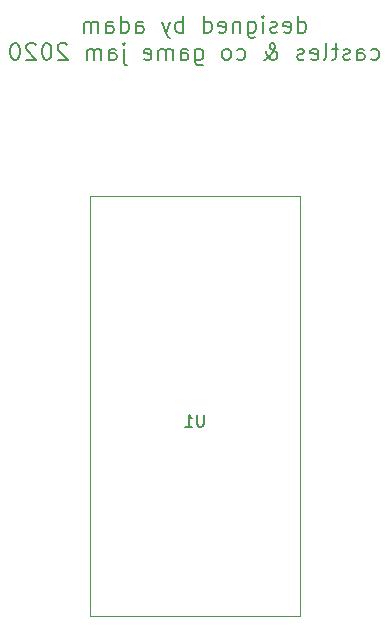
<source format=gbr>
G04 #@! TF.GenerationSoftware,KiCad,Pcbnew,(5.1.4)-1*
G04 #@! TF.CreationDate,2020-11-28T22:24:57-05:00*
G04 #@! TF.ProjectId,snek,736e656b-2e6b-4696-9361-645f70636258,rev?*
G04 #@! TF.SameCoordinates,Original*
G04 #@! TF.FileFunction,Legend,Bot*
G04 #@! TF.FilePolarity,Positive*
%FSLAX46Y46*%
G04 Gerber Fmt 4.6, Leading zero omitted, Abs format (unit mm)*
G04 Created by KiCad (PCBNEW (5.1.4)-1) date 2020-11-28 22:24:57*
%MOMM*%
%LPD*%
G04 APERTURE LIST*
%ADD10C,0.200000*%
%ADD11C,0.120000*%
%ADD12C,0.150000*%
G04 APERTURE END LIST*
D10*
X154181666Y-94733333D02*
X154181666Y-93333333D01*
X154181666Y-94666666D02*
X154315000Y-94733333D01*
X154581666Y-94733333D01*
X154715000Y-94666666D01*
X154781666Y-94600000D01*
X154848333Y-94466666D01*
X154848333Y-94066666D01*
X154781666Y-93933333D01*
X154715000Y-93866666D01*
X154581666Y-93800000D01*
X154315000Y-93800000D01*
X154181666Y-93866666D01*
X152981666Y-94666666D02*
X153115000Y-94733333D01*
X153381666Y-94733333D01*
X153515000Y-94666666D01*
X153581666Y-94533333D01*
X153581666Y-94000000D01*
X153515000Y-93866666D01*
X153381666Y-93800000D01*
X153115000Y-93800000D01*
X152981666Y-93866666D01*
X152915000Y-94000000D01*
X152915000Y-94133333D01*
X153581666Y-94266666D01*
X152381666Y-94666666D02*
X152248333Y-94733333D01*
X151981666Y-94733333D01*
X151848333Y-94666666D01*
X151781666Y-94533333D01*
X151781666Y-94466666D01*
X151848333Y-94333333D01*
X151981666Y-94266666D01*
X152181666Y-94266666D01*
X152315000Y-94200000D01*
X152381666Y-94066666D01*
X152381666Y-94000000D01*
X152315000Y-93866666D01*
X152181666Y-93800000D01*
X151981666Y-93800000D01*
X151848333Y-93866666D01*
X151181666Y-94733333D02*
X151181666Y-93800000D01*
X151181666Y-93333333D02*
X151248333Y-93400000D01*
X151181666Y-93466666D01*
X151115000Y-93400000D01*
X151181666Y-93333333D01*
X151181666Y-93466666D01*
X149915000Y-93800000D02*
X149915000Y-94933333D01*
X149981666Y-95066666D01*
X150048333Y-95133333D01*
X150181666Y-95200000D01*
X150381666Y-95200000D01*
X150515000Y-95133333D01*
X149915000Y-94666666D02*
X150048333Y-94733333D01*
X150315000Y-94733333D01*
X150448333Y-94666666D01*
X150515000Y-94600000D01*
X150581666Y-94466666D01*
X150581666Y-94066666D01*
X150515000Y-93933333D01*
X150448333Y-93866666D01*
X150315000Y-93800000D01*
X150048333Y-93800000D01*
X149915000Y-93866666D01*
X149248333Y-93800000D02*
X149248333Y-94733333D01*
X149248333Y-93933333D02*
X149181666Y-93866666D01*
X149048333Y-93800000D01*
X148848333Y-93800000D01*
X148715000Y-93866666D01*
X148648333Y-94000000D01*
X148648333Y-94733333D01*
X147448333Y-94666666D02*
X147581666Y-94733333D01*
X147848333Y-94733333D01*
X147981666Y-94666666D01*
X148048333Y-94533333D01*
X148048333Y-94000000D01*
X147981666Y-93866666D01*
X147848333Y-93800000D01*
X147581666Y-93800000D01*
X147448333Y-93866666D01*
X147381666Y-94000000D01*
X147381666Y-94133333D01*
X148048333Y-94266666D01*
X146181666Y-94733333D02*
X146181666Y-93333333D01*
X146181666Y-94666666D02*
X146315000Y-94733333D01*
X146581666Y-94733333D01*
X146715000Y-94666666D01*
X146781666Y-94600000D01*
X146848333Y-94466666D01*
X146848333Y-94066666D01*
X146781666Y-93933333D01*
X146715000Y-93866666D01*
X146581666Y-93800000D01*
X146315000Y-93800000D01*
X146181666Y-93866666D01*
X144448333Y-94733333D02*
X144448333Y-93333333D01*
X144448333Y-93866666D02*
X144315000Y-93800000D01*
X144048333Y-93800000D01*
X143915000Y-93866666D01*
X143848333Y-93933333D01*
X143781666Y-94066666D01*
X143781666Y-94466666D01*
X143848333Y-94600000D01*
X143915000Y-94666666D01*
X144048333Y-94733333D01*
X144315000Y-94733333D01*
X144448333Y-94666666D01*
X143315000Y-93800000D02*
X142981666Y-94733333D01*
X142648333Y-93800000D02*
X142981666Y-94733333D01*
X143115000Y-95066666D01*
X143181666Y-95133333D01*
X143315000Y-95200000D01*
X140448333Y-94733333D02*
X140448333Y-94000000D01*
X140515000Y-93866666D01*
X140648333Y-93800000D01*
X140915000Y-93800000D01*
X141048333Y-93866666D01*
X140448333Y-94666666D02*
X140581666Y-94733333D01*
X140915000Y-94733333D01*
X141048333Y-94666666D01*
X141115000Y-94533333D01*
X141115000Y-94400000D01*
X141048333Y-94266666D01*
X140915000Y-94200000D01*
X140581666Y-94200000D01*
X140448333Y-94133333D01*
X139181666Y-94733333D02*
X139181666Y-93333333D01*
X139181666Y-94666666D02*
X139315000Y-94733333D01*
X139581666Y-94733333D01*
X139715000Y-94666666D01*
X139781666Y-94600000D01*
X139848333Y-94466666D01*
X139848333Y-94066666D01*
X139781666Y-93933333D01*
X139715000Y-93866666D01*
X139581666Y-93800000D01*
X139315000Y-93800000D01*
X139181666Y-93866666D01*
X137915000Y-94733333D02*
X137915000Y-94000000D01*
X137981666Y-93866666D01*
X138115000Y-93800000D01*
X138381666Y-93800000D01*
X138515000Y-93866666D01*
X137915000Y-94666666D02*
X138048333Y-94733333D01*
X138381666Y-94733333D01*
X138515000Y-94666666D01*
X138581666Y-94533333D01*
X138581666Y-94400000D01*
X138515000Y-94266666D01*
X138381666Y-94200000D01*
X138048333Y-94200000D01*
X137915000Y-94133333D01*
X137248333Y-94733333D02*
X137248333Y-93800000D01*
X137248333Y-93933333D02*
X137181666Y-93866666D01*
X137048333Y-93800000D01*
X136848333Y-93800000D01*
X136715000Y-93866666D01*
X136648333Y-94000000D01*
X136648333Y-94733333D01*
X136648333Y-94000000D02*
X136581666Y-93866666D01*
X136448333Y-93800000D01*
X136248333Y-93800000D01*
X136115000Y-93866666D01*
X136048333Y-94000000D01*
X136048333Y-94733333D01*
X160348333Y-96966666D02*
X160481666Y-97033333D01*
X160748333Y-97033333D01*
X160881666Y-96966666D01*
X160948333Y-96900000D01*
X161015000Y-96766666D01*
X161015000Y-96366666D01*
X160948333Y-96233333D01*
X160881666Y-96166666D01*
X160748333Y-96100000D01*
X160481666Y-96100000D01*
X160348333Y-96166666D01*
X159148333Y-97033333D02*
X159148333Y-96300000D01*
X159215000Y-96166666D01*
X159348333Y-96100000D01*
X159615000Y-96100000D01*
X159748333Y-96166666D01*
X159148333Y-96966666D02*
X159281666Y-97033333D01*
X159615000Y-97033333D01*
X159748333Y-96966666D01*
X159815000Y-96833333D01*
X159815000Y-96700000D01*
X159748333Y-96566666D01*
X159615000Y-96500000D01*
X159281666Y-96500000D01*
X159148333Y-96433333D01*
X158548333Y-96966666D02*
X158415000Y-97033333D01*
X158148333Y-97033333D01*
X158015000Y-96966666D01*
X157948333Y-96833333D01*
X157948333Y-96766666D01*
X158015000Y-96633333D01*
X158148333Y-96566666D01*
X158348333Y-96566666D01*
X158481666Y-96500000D01*
X158548333Y-96366666D01*
X158548333Y-96300000D01*
X158481666Y-96166666D01*
X158348333Y-96100000D01*
X158148333Y-96100000D01*
X158015000Y-96166666D01*
X157548333Y-96100000D02*
X157015000Y-96100000D01*
X157348333Y-95633333D02*
X157348333Y-96833333D01*
X157281666Y-96966666D01*
X157148333Y-97033333D01*
X157015000Y-97033333D01*
X156348333Y-97033333D02*
X156481666Y-96966666D01*
X156548333Y-96833333D01*
X156548333Y-95633333D01*
X155281666Y-96966666D02*
X155415000Y-97033333D01*
X155681666Y-97033333D01*
X155815000Y-96966666D01*
X155881666Y-96833333D01*
X155881666Y-96300000D01*
X155815000Y-96166666D01*
X155681666Y-96100000D01*
X155415000Y-96100000D01*
X155281666Y-96166666D01*
X155215000Y-96300000D01*
X155215000Y-96433333D01*
X155881666Y-96566666D01*
X154681666Y-96966666D02*
X154548333Y-97033333D01*
X154281666Y-97033333D01*
X154148333Y-96966666D01*
X154081666Y-96833333D01*
X154081666Y-96766666D01*
X154148333Y-96633333D01*
X154281666Y-96566666D01*
X154481666Y-96566666D01*
X154615000Y-96500000D01*
X154681666Y-96366666D01*
X154681666Y-96300000D01*
X154615000Y-96166666D01*
X154481666Y-96100000D01*
X154281666Y-96100000D01*
X154148333Y-96166666D01*
X151281666Y-97033333D02*
X151348333Y-97033333D01*
X151481666Y-96966666D01*
X151681666Y-96766666D01*
X152015000Y-96366666D01*
X152148333Y-96166666D01*
X152215000Y-95966666D01*
X152215000Y-95833333D01*
X152148333Y-95700000D01*
X152015000Y-95633333D01*
X151948333Y-95633333D01*
X151815000Y-95700000D01*
X151748333Y-95833333D01*
X151748333Y-95900000D01*
X151815000Y-96033333D01*
X151881666Y-96100000D01*
X152281666Y-96366666D01*
X152348333Y-96433333D01*
X152415000Y-96566666D01*
X152415000Y-96766666D01*
X152348333Y-96900000D01*
X152281666Y-96966666D01*
X152148333Y-97033333D01*
X151948333Y-97033333D01*
X151815000Y-96966666D01*
X151748333Y-96900000D01*
X151548333Y-96633333D01*
X151481666Y-96433333D01*
X151481666Y-96300000D01*
X149015000Y-96966666D02*
X149148333Y-97033333D01*
X149415000Y-97033333D01*
X149548333Y-96966666D01*
X149615000Y-96900000D01*
X149681666Y-96766666D01*
X149681666Y-96366666D01*
X149615000Y-96233333D01*
X149548333Y-96166666D01*
X149415000Y-96100000D01*
X149148333Y-96100000D01*
X149015000Y-96166666D01*
X148215000Y-97033333D02*
X148348333Y-96966666D01*
X148415000Y-96900000D01*
X148481666Y-96766666D01*
X148481666Y-96366666D01*
X148415000Y-96233333D01*
X148348333Y-96166666D01*
X148215000Y-96100000D01*
X148015000Y-96100000D01*
X147881666Y-96166666D01*
X147815000Y-96233333D01*
X147748333Y-96366666D01*
X147748333Y-96766666D01*
X147815000Y-96900000D01*
X147881666Y-96966666D01*
X148015000Y-97033333D01*
X148215000Y-97033333D01*
X145481666Y-96100000D02*
X145481666Y-97233333D01*
X145548333Y-97366666D01*
X145615000Y-97433333D01*
X145748333Y-97500000D01*
X145948333Y-97500000D01*
X146081666Y-97433333D01*
X145481666Y-96966666D02*
X145615000Y-97033333D01*
X145881666Y-97033333D01*
X146015000Y-96966666D01*
X146081666Y-96900000D01*
X146148333Y-96766666D01*
X146148333Y-96366666D01*
X146081666Y-96233333D01*
X146015000Y-96166666D01*
X145881666Y-96100000D01*
X145615000Y-96100000D01*
X145481666Y-96166666D01*
X144215000Y-97033333D02*
X144215000Y-96300000D01*
X144281666Y-96166666D01*
X144415000Y-96100000D01*
X144681666Y-96100000D01*
X144815000Y-96166666D01*
X144215000Y-96966666D02*
X144348333Y-97033333D01*
X144681666Y-97033333D01*
X144815000Y-96966666D01*
X144881666Y-96833333D01*
X144881666Y-96700000D01*
X144815000Y-96566666D01*
X144681666Y-96500000D01*
X144348333Y-96500000D01*
X144215000Y-96433333D01*
X143548333Y-97033333D02*
X143548333Y-96100000D01*
X143548333Y-96233333D02*
X143481666Y-96166666D01*
X143348333Y-96100000D01*
X143148333Y-96100000D01*
X143015000Y-96166666D01*
X142948333Y-96300000D01*
X142948333Y-97033333D01*
X142948333Y-96300000D02*
X142881666Y-96166666D01*
X142748333Y-96100000D01*
X142548333Y-96100000D01*
X142415000Y-96166666D01*
X142348333Y-96300000D01*
X142348333Y-97033333D01*
X141148333Y-96966666D02*
X141281666Y-97033333D01*
X141548333Y-97033333D01*
X141681666Y-96966666D01*
X141748333Y-96833333D01*
X141748333Y-96300000D01*
X141681666Y-96166666D01*
X141548333Y-96100000D01*
X141281666Y-96100000D01*
X141148333Y-96166666D01*
X141081666Y-96300000D01*
X141081666Y-96433333D01*
X141748333Y-96566666D01*
X139415000Y-96100000D02*
X139415000Y-97300000D01*
X139481666Y-97433333D01*
X139615000Y-97500000D01*
X139681666Y-97500000D01*
X139415000Y-95633333D02*
X139481666Y-95700000D01*
X139415000Y-95766666D01*
X139348333Y-95700000D01*
X139415000Y-95633333D01*
X139415000Y-95766666D01*
X138148333Y-97033333D02*
X138148333Y-96300000D01*
X138215000Y-96166666D01*
X138348333Y-96100000D01*
X138615000Y-96100000D01*
X138748333Y-96166666D01*
X138148333Y-96966666D02*
X138281666Y-97033333D01*
X138615000Y-97033333D01*
X138748333Y-96966666D01*
X138815000Y-96833333D01*
X138815000Y-96700000D01*
X138748333Y-96566666D01*
X138615000Y-96500000D01*
X138281666Y-96500000D01*
X138148333Y-96433333D01*
X137481666Y-97033333D02*
X137481666Y-96100000D01*
X137481666Y-96233333D02*
X137415000Y-96166666D01*
X137281666Y-96100000D01*
X137081666Y-96100000D01*
X136948333Y-96166666D01*
X136881666Y-96300000D01*
X136881666Y-97033333D01*
X136881666Y-96300000D02*
X136815000Y-96166666D01*
X136681666Y-96100000D01*
X136481666Y-96100000D01*
X136348333Y-96166666D01*
X136281666Y-96300000D01*
X136281666Y-97033333D01*
X134615000Y-95766666D02*
X134548333Y-95700000D01*
X134415000Y-95633333D01*
X134081666Y-95633333D01*
X133948333Y-95700000D01*
X133881666Y-95766666D01*
X133815000Y-95900000D01*
X133815000Y-96033333D01*
X133881666Y-96233333D01*
X134681666Y-97033333D01*
X133815000Y-97033333D01*
X132948333Y-95633333D02*
X132815000Y-95633333D01*
X132681666Y-95700000D01*
X132615000Y-95766666D01*
X132548333Y-95900000D01*
X132481666Y-96166666D01*
X132481666Y-96500000D01*
X132548333Y-96766666D01*
X132615000Y-96900000D01*
X132681666Y-96966666D01*
X132815000Y-97033333D01*
X132948333Y-97033333D01*
X133081666Y-96966666D01*
X133148333Y-96900000D01*
X133215000Y-96766666D01*
X133281666Y-96500000D01*
X133281666Y-96166666D01*
X133215000Y-95900000D01*
X133148333Y-95766666D01*
X133081666Y-95700000D01*
X132948333Y-95633333D01*
X131948333Y-95766666D02*
X131881666Y-95700000D01*
X131748333Y-95633333D01*
X131415000Y-95633333D01*
X131281666Y-95700000D01*
X131215000Y-95766666D01*
X131148333Y-95900000D01*
X131148333Y-96033333D01*
X131215000Y-96233333D01*
X132015000Y-97033333D01*
X131148333Y-97033333D01*
X130281666Y-95633333D02*
X130148333Y-95633333D01*
X130015000Y-95700000D01*
X129948333Y-95766666D01*
X129881666Y-95900000D01*
X129815000Y-96166666D01*
X129815000Y-96500000D01*
X129881666Y-96766666D01*
X129948333Y-96900000D01*
X130015000Y-96966666D01*
X130148333Y-97033333D01*
X130281666Y-97033333D01*
X130415000Y-96966666D01*
X130481666Y-96900000D01*
X130548333Y-96766666D01*
X130615000Y-96500000D01*
X130615000Y-96166666D01*
X130548333Y-95900000D01*
X130481666Y-95766666D01*
X130415000Y-95700000D01*
X130281666Y-95633333D01*
D11*
X136525000Y-144145000D02*
X154305000Y-144145000D01*
X136525000Y-108585000D02*
X136525000Y-144145000D01*
X154305000Y-108585000D02*
X154305000Y-144145000D01*
X154305000Y-108585000D02*
X136525000Y-108585000D01*
D12*
X146176904Y-127087380D02*
X146176904Y-127896904D01*
X146129285Y-127992142D01*
X146081666Y-128039761D01*
X145986428Y-128087380D01*
X145795952Y-128087380D01*
X145700714Y-128039761D01*
X145653095Y-127992142D01*
X145605476Y-127896904D01*
X145605476Y-127087380D01*
X144605476Y-128087380D02*
X145176904Y-128087380D01*
X144891190Y-128087380D02*
X144891190Y-127087380D01*
X144986428Y-127230238D01*
X145081666Y-127325476D01*
X145176904Y-127373095D01*
M02*

</source>
